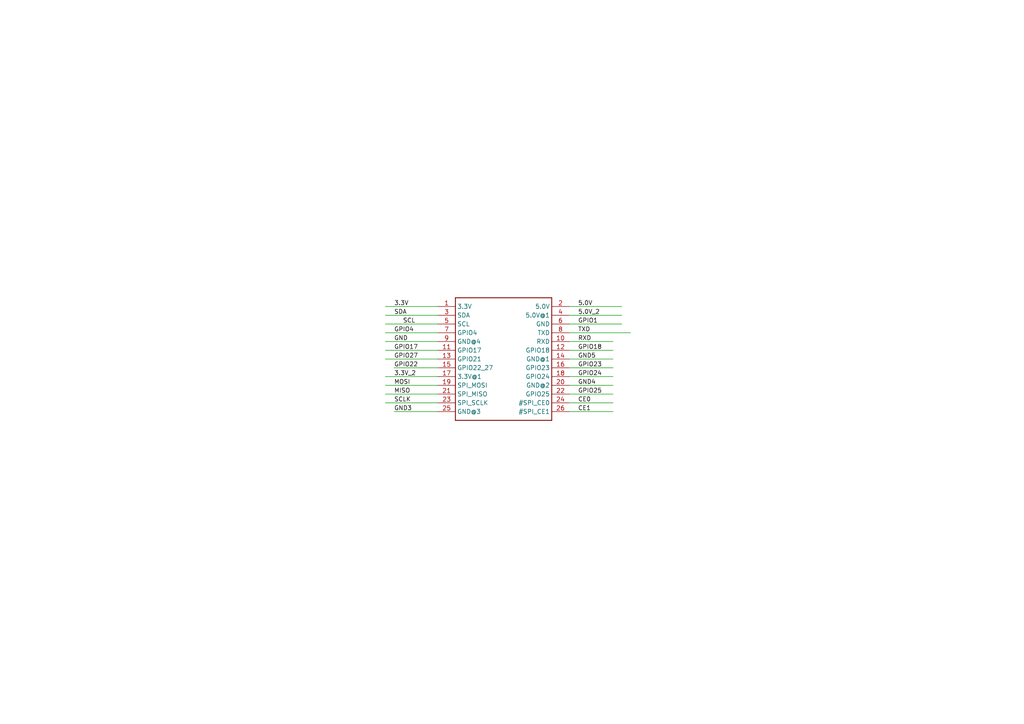
<source format=kicad_sch>
(kicad_sch (version 20230121) (generator eeschema)
  (paper "A4")
  (lib_symbols
    (symbol "working-eagle-import:RASBERRYPI_IDC"
      (symbol "RASBERRYPI_IDC_1_0"
        (polyline (pts (xy -12.7 -17.78) (xy -12.7 17.78)) (stroke (width 0.254)))
        (polyline (pts (xy -12.7 17.78) (xy 15.24 17.78)) (stroke (width 0.254)))
        (polyline (pts (xy 15.24 -17.78) (xy -12.7 -17.78)) (stroke (width 0.254)))
        (polyline (pts (xy 15.24 17.78) (xy 15.24 -17.78)) (stroke (width 0.254)))
        (pin power_in line (at -17.78 15.24 0) (length 5.08) (name "3.3V") (number "1"))
        (pin input line (at 20.32 5.08 180) (length 5.08) (name "RXD") (number "10"))
        (pin bidirectional line (at -17.78 2.54 0) (length 5.08) (name "GPIO17") (number "11"))
        (pin bidirectional line (at 20.32 2.54 180) (length 5.08) (name "GPIO18") (number "12"))
        (pin bidirectional line (at -17.78 0 0) (length 5.08) (name "GPIO21") (number "13"))
        (pin power_in line (at 20.32 0 180) (length 5.08) (name "GND@1") (number "14"))
        (pin bidirectional line (at -17.78 -2.54 0) (length 5.08) (name "GPIO22_27") (number "15"))
        (pin bidirectional line (at 20.32 -2.54 180) (length 5.08) (name "GPIO23") (number "16"))
        (pin power_in line (at -17.78 -5.08 0) (length 5.08) (name "3.3V@1") (number "17"))
        (pin bidirectional line (at 20.32 -5.08 180) (length 5.08) (name "GPIO24") (number "18"))
        (pin bidirectional line (at -17.78 -7.62 0) (length 5.08) (name "SPI_MOSI") (number "19"))
        (pin power_in line (at 20.32 15.24 180) (length 5.08) (name "5.0V") (number "2"))
        (pin power_in line (at 20.32 -7.62 180) (length 5.08) (name "GND@2") (number "20"))
        (pin input line (at -17.78 -10.16 0) (length 5.08) (name "SPI_MISO") (number "21"))
        (pin bidirectional line (at 20.32 -10.16 180) (length 5.08) (name "GPIO25") (number "22"))
        (pin bidirectional line (at -17.78 -12.7 0) (length 5.08) (name "SPI_SCLK") (number "23"))
        (pin bidirectional line (at 20.32 -12.7 180) (length 5.08) (name "#SPI_CE0") (number "24"))
        (pin power_in line (at -17.78 -15.24 0) (length 5.08) (name "GND@3") (number "25"))
        (pin bidirectional line (at 20.32 -15.24 180) (length 5.08) (name "#SPI_CE1") (number "26"))
        (pin bidirectional line (at -17.78 12.7 0) (length 5.08) (name "SDA") (number "3"))
        (pin power_in line (at 20.32 12.7 180) (length 5.08) (name "5.0V@1") (number "4"))
        (pin bidirectional line (at -17.78 10.16 0) (length 5.08) (name "SCL") (number "5"))
        (pin power_in line (at 20.32 10.16 180) (length 5.08) (name "GND") (number "6"))
        (pin bidirectional line (at -17.78 7.62 0) (length 5.08) (name "GPIO4") (number "7"))
        (pin output line (at 20.32 7.62 180) (length 5.08) (name "TXD") (number "8"))
        (pin power_in line (at -17.78 5.08 0) (length 5.08) (name "GND@4") (number "9"))
      )
    )
  )
  (wire (pts (xy 127 88.9) (xy 111.76 88.9)) (stroke (width 0.1524)))
  (wire (pts (xy 127 99.06) (xy 111.76 99.06)) (stroke (width 0.1524)))
  (wire (pts (xy 127 101.6) (xy 111.76 101.6)) (stroke (width 0.1524)))
  (wire (pts (xy 165.1 101.6) (xy 177.8 101.6)) (stroke (width 0.1524)))
  (wire (pts (xy 165.1 116.84) (xy 177.8 116.84)) (stroke (width 0.1524)))
  (wire (pts (xy 165.1 104.14) (xy 177.8 104.14)) (stroke (width 0.1524)))
  (wire (pts (xy 165.1 99.06) (xy 177.8 99.06)) (stroke (width 0.1524)))
  (wire (pts (xy 127 91.44) (xy 111.76 91.44)) (stroke (width 0.1524)))
  (wire (pts (xy 127 114.3) (xy 111.76 114.3)) (stroke (width 0.1524)))
  (wire (pts (xy 165.1 111.76) (xy 177.8 111.76)) (stroke (width 0.1524)))
  (wire (pts (xy 127 104.14) (xy 111.76 104.14)) (stroke (width 0.1524)))
  (wire (pts (xy 127 119.38) (xy 114.3 119.38)) (stroke (width 0.1524)))
  (wire (pts (xy 127 106.68) (xy 114.3 106.68)) (stroke (width 0.1524)))
  (wire (pts (xy 165.1 88.9) (xy 180.34 88.9)) (stroke (width 0.1524)))
  (wire (pts (xy 165.1 109.22) (xy 177.8 109.22)) (stroke (width 0.1524)))
  (wire (pts (xy 165.1 91.44) (xy 180.34 91.44)) (stroke (width 0.1524)))
  (wire (pts (xy 165.1 96.52) (xy 182.88 96.52)) (stroke (width 0.1524)))
  (wire (pts (xy 127 93.98) (xy 111.76 93.98)) (stroke (width 0.1524)))
  (wire (pts (xy 127 116.84) (xy 111.76 116.84)) (stroke (width 0.1524)))
  (wire (pts (xy 165.1 93.98) (xy 180.34 93.98)) (stroke (width 0.1524)))
  (wire (pts (xy 127 111.76) (xy 111.76 111.76)) (stroke (width 0.1524)))
  (wire (pts (xy 127 109.22) (xy 111.76 109.22)) (stroke (width 0.1524)))
  (wire (pts (xy 165.1 119.38) (xy 177.8 119.38)) (stroke (width 0.1524)))
  (wire (pts (xy 127 96.52) (xy 111.76 96.52)) (stroke (width 0.1524)))
  (wire (pts (xy 165.1 106.68) (xy 177.8 106.68)) (stroke (width 0.1524)))
  (wire (pts (xy 165.1 114.3) (xy 177.8 114.3)) (stroke (width 0.1524)))
  (label "3.3V_2" (at 114.3 109.22 0) (effects (font (size 1.2446 1.2446))))
  (label "SCLK" (at 114.3 116.84 0) (effects (font (size 1.2446 1.2446))))
  (label "GPIO1" (at 167.64 93.98 0) (effects (font (size 1.2446 1.2446))))
  (label "MOSI" (at 114.3 111.76 0) (effects (font (size 1.2446 1.2446))))
  (label "GPIO23" (at 167.64 106.68 0) (effects (font (size 1.2446 1.2446))))
  (label "GND5" (at 167.64 104.14 0) (effects (font (size 1.2446 1.2446))))
  (label "CE0" (at 167.64 116.84 0) (effects (font (size 1.2446 1.2446))))
  (label "GPIO25" (at 167.64 114.3 0) (effects (font (size 1.2446 1.2446))))
  (label "GPIO18" (at 167.64 101.6 0) (effects (font (size 1.2446 1.2446))))
  (label "CE1" (at 167.64 119.38 0) (effects (font (size 1.2446 1.2446))))
  (label "MISO" (at 114.3 114.3 0) (effects (font (size 1.2446 1.2446))))
  (label "GPIO27" (at 114.3 104.14 0) (effects (font (size 1.2446 1.2446))))
  (label "GND3" (at 114.3 119.38 0) (effects (font (size 1.2446 1.2446))))
  (label "5.0V_2" (at 167.64 91.44 0) (effects (font (size 1.2446 1.2446))))
  (label "SCL" (at 116.84 93.98 0) (effects (font (size 1.2446 1.2446))))
  (label "SDA" (at 114.3 91.44 0) (effects (font (size 1.2446 1.2446))))
  (label "5.0V" (at 167.64 88.9 0) (effects (font (size 1.2446 1.2446))))
  (label "GPIO24" (at 167.64 109.22 0) (effects (font (size 1.2446 1.2446))))
  (label "RXD" (at 167.64 99.06 0) (effects (font (size 1.2446 1.2446))))
  (label "3.3V" (at 114.3 88.9 0) (effects (font (size 1.2446 1.2446))))
  (label "GPIO17" (at 114.3 101.6 0) (effects (font (size 1.2446 1.2446))))
  (label "GPIO4" (at 114.3 96.52 0) (effects (font (size 1.2446 1.2446))))
  (label "TXD" (at 167.64 96.52 0) (effects (font (size 1.2446 1.2446))))
  (label "GND" (at 114.3 99.06 0) (effects (font (size 1.2446 1.2446))))
  (label "GND4" (at 167.64 111.76 0) (effects (font (size 1.2446 1.2446))))
  (label "GPIO22" (at 114.3 106.68 0) (effects (font (size 1.2446 1.2446))))
  (symbol (lib_id "working-eagle-import:RASBERRYPI_IDC") (at 144.78 104.14 0) (unit 1)
    (property "Reference" "JP1" (effects hide))
    (property "Value" "RASBERRYPI_IDC" (effects hide))
    (property "Footprint" "working:RASBERRYPI_IDC" (effects hide))
  )
)
</source>
